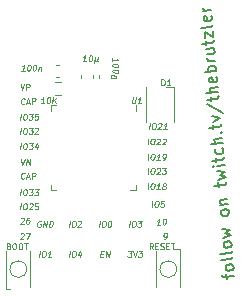
<source format=gbr>
%TF.GenerationSoftware,KiCad,Pcbnew,(5.99.0-10506-gb986797469)*%
%TF.CreationDate,2021-10-07T12:38:36+02:00*%
%TF.ProjectId,ESP31_V2,45535033-315f-4563-922e-6b696361645f,rev?*%
%TF.SameCoordinates,Original*%
%TF.FileFunction,Legend,Top*%
%TF.FilePolarity,Positive*%
%FSLAX46Y46*%
G04 Gerber Fmt 4.6, Leading zero omitted, Abs format (unit mm)*
G04 Created by KiCad (PCBNEW (5.99.0-10506-gb986797469)) date 2021-10-07 12:38:36*
%MOMM*%
%LPD*%
G01*
G04 APERTURE LIST*
%ADD10C,0.100000*%
%ADD11C,0.150000*%
%ADD12C,0.120000*%
G04 APERTURE END LIST*
D10*
X105378258Y-108973809D02*
X105405044Y-108950000D01*
X105455639Y-108926190D01*
X105574687Y-108926190D01*
X105619330Y-108950000D01*
X105640163Y-108973809D01*
X105658020Y-109021428D01*
X105652068Y-109069047D01*
X105619330Y-109140476D01*
X105297901Y-109426190D01*
X105607425Y-109426190D01*
X106098497Y-108926190D02*
X106003258Y-108926190D01*
X105952663Y-108950000D01*
X105925877Y-108973809D01*
X105869330Y-109045238D01*
X105833616Y-109140476D01*
X105809806Y-109330952D01*
X105827663Y-109378571D01*
X105848497Y-109402380D01*
X105893139Y-109426190D01*
X105988377Y-109426190D01*
X106038973Y-109402380D01*
X106065758Y-109378571D01*
X106095520Y-109330952D01*
X106110401Y-109211904D01*
X106092544Y-109164285D01*
X106071711Y-109140476D01*
X106027068Y-109116666D01*
X105931830Y-109116666D01*
X105881235Y-109140476D01*
X105854449Y-109164285D01*
X105824687Y-109211904D01*
X116553809Y-111586190D02*
X116387142Y-111348095D01*
X116268095Y-111586190D02*
X116268095Y-111086190D01*
X116458571Y-111086190D01*
X116506190Y-111110000D01*
X116530000Y-111133809D01*
X116553809Y-111181428D01*
X116553809Y-111252857D01*
X116530000Y-111300476D01*
X116506190Y-111324285D01*
X116458571Y-111348095D01*
X116268095Y-111348095D01*
X116768095Y-111324285D02*
X116934761Y-111324285D01*
X117006190Y-111586190D02*
X116768095Y-111586190D01*
X116768095Y-111086190D01*
X117006190Y-111086190D01*
X117196666Y-111562380D02*
X117268095Y-111586190D01*
X117387142Y-111586190D01*
X117434761Y-111562380D01*
X117458571Y-111538571D01*
X117482380Y-111490952D01*
X117482380Y-111443333D01*
X117458571Y-111395714D01*
X117434761Y-111371904D01*
X117387142Y-111348095D01*
X117291904Y-111324285D01*
X117244285Y-111300476D01*
X117220476Y-111276666D01*
X117196666Y-111229047D01*
X117196666Y-111181428D01*
X117220476Y-111133809D01*
X117244285Y-111110000D01*
X117291904Y-111086190D01*
X117410952Y-111086190D01*
X117482380Y-111110000D01*
X117696666Y-111324285D02*
X117863333Y-111324285D01*
X117934761Y-111586190D02*
X117696666Y-111586190D01*
X117696666Y-111086190D01*
X117934761Y-111086190D01*
X118077619Y-111086190D02*
X118363333Y-111086190D01*
X118220476Y-111586190D02*
X118220476Y-111086190D01*
X105314568Y-101826190D02*
X105377068Y-101326190D01*
X105710401Y-101326190D02*
X105805639Y-101326190D01*
X105850282Y-101350000D01*
X105891949Y-101397619D01*
X105903854Y-101492857D01*
X105883020Y-101659523D01*
X105847306Y-101754761D01*
X105793735Y-101802380D01*
X105743139Y-101826190D01*
X105647901Y-101826190D01*
X105603258Y-101802380D01*
X105561592Y-101754761D01*
X105549687Y-101659523D01*
X105570520Y-101492857D01*
X105606235Y-101397619D01*
X105659806Y-101350000D01*
X105710401Y-101326190D01*
X106091354Y-101326190D02*
X106400877Y-101326190D01*
X106210401Y-101516666D01*
X106281830Y-101516666D01*
X106326473Y-101540476D01*
X106347306Y-101564285D01*
X106365163Y-101611904D01*
X106350282Y-101730952D01*
X106320520Y-101778571D01*
X106293735Y-101802380D01*
X106243139Y-101826190D01*
X106100282Y-101826190D01*
X106055639Y-101802380D01*
X106034806Y-101778571D01*
X106585401Y-101373809D02*
X106612187Y-101350000D01*
X106662782Y-101326190D01*
X106781830Y-101326190D01*
X106826473Y-101350000D01*
X106847306Y-101373809D01*
X106865163Y-101421428D01*
X106859211Y-101469047D01*
X106826473Y-101540476D01*
X106505044Y-101826190D01*
X106814568Y-101826190D01*
X116114568Y-104026190D02*
X116177068Y-103526190D01*
X116510401Y-103526190D02*
X116605639Y-103526190D01*
X116650282Y-103550000D01*
X116691949Y-103597619D01*
X116703854Y-103692857D01*
X116683020Y-103859523D01*
X116647306Y-103954761D01*
X116593735Y-104002380D01*
X116543139Y-104026190D01*
X116447901Y-104026190D01*
X116403258Y-104002380D01*
X116361592Y-103954761D01*
X116349687Y-103859523D01*
X116370520Y-103692857D01*
X116406235Y-103597619D01*
X116459806Y-103550000D01*
X116510401Y-103526190D01*
X117138377Y-104026190D02*
X116852663Y-104026190D01*
X116995520Y-104026190D02*
X117058020Y-103526190D01*
X117001473Y-103597619D01*
X116947901Y-103645238D01*
X116897306Y-103669047D01*
X117376473Y-104026190D02*
X117471711Y-104026190D01*
X117522306Y-104002380D01*
X117549092Y-103978571D01*
X117605639Y-103907142D01*
X117641354Y-103811904D01*
X117665163Y-103621428D01*
X117647306Y-103573809D01*
X117626473Y-103550000D01*
X117581830Y-103526190D01*
X117486592Y-103526190D01*
X117435997Y-103550000D01*
X117409211Y-103573809D01*
X117379449Y-103621428D01*
X117364568Y-103740476D01*
X117382425Y-103788095D01*
X117403258Y-103811904D01*
X117447901Y-103835714D01*
X117543139Y-103835714D01*
X117593735Y-103811904D01*
X117620520Y-103788095D01*
X117650282Y-103740476D01*
X107073235Y-109224000D02*
X107028592Y-109200190D01*
X106957163Y-109200190D01*
X106882758Y-109224000D01*
X106829187Y-109271619D01*
X106799425Y-109319238D01*
X106763711Y-109414476D01*
X106754782Y-109485904D01*
X106766687Y-109581142D01*
X106784544Y-109628761D01*
X106826211Y-109676380D01*
X106894663Y-109700190D01*
X106942282Y-109700190D01*
X107016687Y-109676380D01*
X107043473Y-109652571D01*
X107064306Y-109485904D01*
X106969068Y-109485904D01*
X107251806Y-109700190D02*
X107314306Y-109200190D01*
X107537520Y-109700190D01*
X107600020Y-109200190D01*
X107775616Y-109700190D02*
X107838116Y-109200190D01*
X107957163Y-109200190D01*
X108025616Y-109224000D01*
X108067282Y-109271619D01*
X108085139Y-109319238D01*
X108097044Y-109414476D01*
X108088116Y-109485904D01*
X108052401Y-109581142D01*
X108022639Y-109628761D01*
X107969068Y-109676380D01*
X107894663Y-109700190D01*
X107775616Y-109700190D01*
X105353258Y-110273809D02*
X105380044Y-110250000D01*
X105430639Y-110226190D01*
X105549687Y-110226190D01*
X105594330Y-110250000D01*
X105615163Y-110273809D01*
X105633020Y-110321428D01*
X105627068Y-110369047D01*
X105594330Y-110440476D01*
X105272901Y-110726190D01*
X105582425Y-110726190D01*
X105811592Y-110226190D02*
X106144925Y-110226190D01*
X105868139Y-110726190D01*
X105649092Y-105578571D02*
X105622306Y-105602380D01*
X105547901Y-105626190D01*
X105500282Y-105626190D01*
X105431830Y-105602380D01*
X105390163Y-105554761D01*
X105372306Y-105507142D01*
X105360401Y-105411904D01*
X105369330Y-105340476D01*
X105405044Y-105245238D01*
X105434806Y-105197619D01*
X105488377Y-105150000D01*
X105562782Y-105126190D01*
X105610401Y-105126190D01*
X105678854Y-105150000D01*
X105699687Y-105173809D01*
X105851473Y-105483333D02*
X106089568Y-105483333D01*
X105785997Y-105626190D02*
X106015163Y-105126190D01*
X106119330Y-105626190D01*
X106285997Y-105626190D02*
X106348497Y-105126190D01*
X106538973Y-105126190D01*
X106583616Y-105150000D01*
X106604449Y-105173809D01*
X106622306Y-105221428D01*
X106613377Y-105292857D01*
X106583616Y-105340476D01*
X106556830Y-105364285D01*
X106506235Y-105388095D01*
X106315758Y-105388095D01*
X116114568Y-102726190D02*
X116177068Y-102226190D01*
X116510401Y-102226190D02*
X116605639Y-102226190D01*
X116650282Y-102250000D01*
X116691949Y-102297619D01*
X116703854Y-102392857D01*
X116683020Y-102559523D01*
X116647306Y-102654761D01*
X116593735Y-102702380D01*
X116543139Y-102726190D01*
X116447901Y-102726190D01*
X116403258Y-102702380D01*
X116361592Y-102654761D01*
X116349687Y-102559523D01*
X116370520Y-102392857D01*
X116406235Y-102297619D01*
X116459806Y-102250000D01*
X116510401Y-102226190D01*
X116909211Y-102273809D02*
X116935997Y-102250000D01*
X116986592Y-102226190D01*
X117105639Y-102226190D01*
X117150282Y-102250000D01*
X117171116Y-102273809D01*
X117188973Y-102321428D01*
X117183020Y-102369047D01*
X117150282Y-102440476D01*
X116828854Y-102726190D01*
X117138377Y-102726190D01*
X117385401Y-102273809D02*
X117412187Y-102250000D01*
X117462782Y-102226190D01*
X117581830Y-102226190D01*
X117626473Y-102250000D01*
X117647306Y-102273809D01*
X117665163Y-102321428D01*
X117659211Y-102369047D01*
X117626473Y-102440476D01*
X117305044Y-102726190D01*
X117614568Y-102726190D01*
X107357425Y-99226190D02*
X107071711Y-99226190D01*
X107214568Y-99226190D02*
X107277068Y-98726190D01*
X107220520Y-98797619D01*
X107166949Y-98845238D01*
X107116354Y-98869047D01*
X107729449Y-98726190D02*
X107777068Y-98726190D01*
X107821711Y-98750000D01*
X107842544Y-98773809D01*
X107860401Y-98821428D01*
X107872306Y-98916666D01*
X107857425Y-99035714D01*
X107821711Y-99130952D01*
X107791949Y-99178571D01*
X107765163Y-99202380D01*
X107714568Y-99226190D01*
X107666949Y-99226190D01*
X107622306Y-99202380D01*
X107601473Y-99178571D01*
X107583616Y-99130952D01*
X107571711Y-99035714D01*
X107586592Y-98916666D01*
X107622306Y-98821428D01*
X107652068Y-98773809D01*
X107678854Y-98750000D01*
X107729449Y-98726190D01*
X108047901Y-99226190D02*
X108110401Y-98726190D01*
X108333616Y-99226190D02*
X108155044Y-98940476D01*
X108396116Y-98726190D02*
X108074687Y-99011904D01*
X105386592Y-103926190D02*
X105490758Y-104426190D01*
X105719925Y-103926190D01*
X105824092Y-104426190D02*
X105886592Y-103926190D01*
X106109806Y-104426190D01*
X106172306Y-103926190D01*
X105649092Y-99278571D02*
X105622306Y-99302380D01*
X105547901Y-99326190D01*
X105500282Y-99326190D01*
X105431830Y-99302380D01*
X105390163Y-99254761D01*
X105372306Y-99207142D01*
X105360401Y-99111904D01*
X105369330Y-99040476D01*
X105405044Y-98945238D01*
X105434806Y-98897619D01*
X105488377Y-98850000D01*
X105562782Y-98826190D01*
X105610401Y-98826190D01*
X105678854Y-98850000D01*
X105699687Y-98873809D01*
X105851473Y-99183333D02*
X106089568Y-99183333D01*
X105785997Y-99326190D02*
X106015163Y-98826190D01*
X106119330Y-99326190D01*
X106285997Y-99326190D02*
X106348497Y-98826190D01*
X106538973Y-98826190D01*
X106583616Y-98850000D01*
X106604449Y-98873809D01*
X106622306Y-98921428D01*
X106613377Y-98992857D01*
X106583616Y-99040476D01*
X106556830Y-99064285D01*
X106506235Y-99088095D01*
X106315758Y-99088095D01*
X105314568Y-103126190D02*
X105377068Y-102626190D01*
X105710401Y-102626190D02*
X105805639Y-102626190D01*
X105850282Y-102650000D01*
X105891949Y-102697619D01*
X105903854Y-102792857D01*
X105883020Y-102959523D01*
X105847306Y-103054761D01*
X105793735Y-103102380D01*
X105743139Y-103126190D01*
X105647901Y-103126190D01*
X105603258Y-103102380D01*
X105561592Y-103054761D01*
X105549687Y-102959523D01*
X105570520Y-102792857D01*
X105606235Y-102697619D01*
X105659806Y-102650000D01*
X105710401Y-102626190D01*
X106091354Y-102626190D02*
X106400877Y-102626190D01*
X106210401Y-102816666D01*
X106281830Y-102816666D01*
X106326473Y-102840476D01*
X106347306Y-102864285D01*
X106365163Y-102911904D01*
X106350282Y-103030952D01*
X106320520Y-103078571D01*
X106293735Y-103102380D01*
X106243139Y-103126190D01*
X106100282Y-103126190D01*
X106055639Y-103102380D01*
X106034806Y-103078571D01*
X106808616Y-102792857D02*
X106766949Y-103126190D01*
X106713377Y-102602380D02*
X106549687Y-102959523D01*
X106859211Y-102959523D01*
X105314568Y-100626190D02*
X105377068Y-100126190D01*
X105710401Y-100126190D02*
X105805639Y-100126190D01*
X105850282Y-100150000D01*
X105891949Y-100197619D01*
X105903854Y-100292857D01*
X105883020Y-100459523D01*
X105847306Y-100554761D01*
X105793735Y-100602380D01*
X105743139Y-100626190D01*
X105647901Y-100626190D01*
X105603258Y-100602380D01*
X105561592Y-100554761D01*
X105549687Y-100459523D01*
X105570520Y-100292857D01*
X105606235Y-100197619D01*
X105659806Y-100150000D01*
X105710401Y-100126190D01*
X106091354Y-100126190D02*
X106400877Y-100126190D01*
X106210401Y-100316666D01*
X106281830Y-100316666D01*
X106326473Y-100340476D01*
X106347306Y-100364285D01*
X106365163Y-100411904D01*
X106350282Y-100530952D01*
X106320520Y-100578571D01*
X106293735Y-100602380D01*
X106243139Y-100626190D01*
X106100282Y-100626190D01*
X106055639Y-100602380D01*
X106034806Y-100578571D01*
X106853258Y-100126190D02*
X106615163Y-100126190D01*
X106561592Y-100364285D01*
X106588377Y-100340476D01*
X106638973Y-100316666D01*
X106758020Y-100316666D01*
X106802663Y-100340476D01*
X106823497Y-100364285D01*
X106841354Y-100411904D01*
X106826473Y-100530952D01*
X106796711Y-100578571D01*
X106769925Y-100602380D01*
X106719330Y-100626190D01*
X106600282Y-100626190D01*
X106555639Y-100602380D01*
X106534806Y-100578571D01*
X114834211Y-98726190D02*
X114783616Y-99130952D01*
X114801473Y-99178571D01*
X114822306Y-99202380D01*
X114866949Y-99226190D01*
X114962187Y-99226190D01*
X115012782Y-99202380D01*
X115039568Y-99178571D01*
X115069330Y-99130952D01*
X115119925Y-98726190D01*
X115557425Y-99226190D02*
X115271711Y-99226190D01*
X115414568Y-99226190D02*
X115477068Y-98726190D01*
X115420520Y-98797619D01*
X115366949Y-98845238D01*
X115316354Y-98869047D01*
X114458116Y-111740190D02*
X114767639Y-111740190D01*
X114577163Y-111930666D01*
X114648592Y-111930666D01*
X114693235Y-111954476D01*
X114714068Y-111978285D01*
X114731925Y-112025904D01*
X114717044Y-112144952D01*
X114687282Y-112192571D01*
X114660497Y-112216380D01*
X114609901Y-112240190D01*
X114467044Y-112240190D01*
X114422401Y-112216380D01*
X114401568Y-112192571D01*
X114910497Y-111740190D02*
X115014663Y-112240190D01*
X115243830Y-111740190D01*
X115362877Y-111740190D02*
X115672401Y-111740190D01*
X115481925Y-111930666D01*
X115553354Y-111930666D01*
X115597997Y-111954476D01*
X115618830Y-111978285D01*
X115636687Y-112025904D01*
X115621806Y-112144952D01*
X115592044Y-112192571D01*
X115565258Y-112216380D01*
X115514663Y-112240190D01*
X115371806Y-112240190D01*
X115327163Y-112216380D01*
X115306330Y-112192571D01*
X111974663Y-109700190D02*
X112037163Y-109200190D01*
X112370497Y-109200190D02*
X112465735Y-109200190D01*
X112510377Y-109224000D01*
X112552044Y-109271619D01*
X112563949Y-109366857D01*
X112543116Y-109533523D01*
X112507401Y-109628761D01*
X112453830Y-109676380D01*
X112403235Y-109700190D01*
X112307997Y-109700190D01*
X112263354Y-109676380D01*
X112221687Y-109628761D01*
X112209782Y-109533523D01*
X112230616Y-109366857D01*
X112266330Y-109271619D01*
X112319901Y-109224000D01*
X112370497Y-109200190D01*
X112894306Y-109200190D02*
X112941925Y-109200190D01*
X112986568Y-109224000D01*
X113007401Y-109247809D01*
X113025258Y-109295428D01*
X113037163Y-109390666D01*
X113022282Y-109509714D01*
X112986568Y-109604952D01*
X112956806Y-109652571D01*
X112930020Y-109676380D01*
X112879425Y-109700190D01*
X112831806Y-109700190D01*
X112787163Y-109676380D01*
X112766330Y-109652571D01*
X112748473Y-109604952D01*
X112736568Y-109509714D01*
X112751449Y-109390666D01*
X112787163Y-109295428D01*
X112816925Y-109247809D01*
X112843711Y-109224000D01*
X112894306Y-109200190D01*
X109434663Y-112240190D02*
X109497163Y-111740190D01*
X109830497Y-111740190D02*
X109925735Y-111740190D01*
X109970377Y-111764000D01*
X110012044Y-111811619D01*
X110023949Y-111906857D01*
X110003116Y-112073523D01*
X109967401Y-112168761D01*
X109913830Y-112216380D01*
X109863235Y-112240190D01*
X109767997Y-112240190D01*
X109723354Y-112216380D01*
X109681687Y-112168761D01*
X109669782Y-112073523D01*
X109690616Y-111906857D01*
X109726330Y-111811619D01*
X109779901Y-111764000D01*
X109830497Y-111740190D01*
X110452520Y-111906857D02*
X110410854Y-112240190D01*
X110357282Y-111716380D02*
X110193592Y-112073523D01*
X110503116Y-112073523D01*
X117457425Y-110726190D02*
X117552663Y-110726190D01*
X117603258Y-110702380D01*
X117630044Y-110678571D01*
X117686592Y-110607142D01*
X117722306Y-110511904D01*
X117746116Y-110321428D01*
X117728258Y-110273809D01*
X117707425Y-110250000D01*
X117662782Y-110226190D01*
X117567544Y-110226190D01*
X117516949Y-110250000D01*
X117490163Y-110273809D01*
X117460401Y-110321428D01*
X117445520Y-110440476D01*
X117463377Y-110488095D01*
X117484211Y-110511904D01*
X117528854Y-110535714D01*
X117624092Y-110535714D01*
X117674687Y-110511904D01*
X117701473Y-110488095D01*
X117731235Y-110440476D01*
X105314568Y-107026190D02*
X105377068Y-106526190D01*
X105710401Y-106526190D02*
X105805639Y-106526190D01*
X105850282Y-106550000D01*
X105891949Y-106597619D01*
X105903854Y-106692857D01*
X105883020Y-106859523D01*
X105847306Y-106954761D01*
X105793735Y-107002380D01*
X105743139Y-107026190D01*
X105647901Y-107026190D01*
X105603258Y-107002380D01*
X105561592Y-106954761D01*
X105549687Y-106859523D01*
X105570520Y-106692857D01*
X105606235Y-106597619D01*
X105659806Y-106550000D01*
X105710401Y-106526190D01*
X106091354Y-106526190D02*
X106400877Y-106526190D01*
X106210401Y-106716666D01*
X106281830Y-106716666D01*
X106326473Y-106740476D01*
X106347306Y-106764285D01*
X106365163Y-106811904D01*
X106350282Y-106930952D01*
X106320520Y-106978571D01*
X106293735Y-107002380D01*
X106243139Y-107026190D01*
X106100282Y-107026190D01*
X106055639Y-107002380D01*
X106034806Y-106978571D01*
X106567544Y-106526190D02*
X106877068Y-106526190D01*
X106686592Y-106716666D01*
X106758020Y-106716666D01*
X106802663Y-106740476D01*
X106823497Y-106764285D01*
X106841354Y-106811904D01*
X106826473Y-106930952D01*
X106796711Y-106978571D01*
X106769925Y-107002380D01*
X106719330Y-107026190D01*
X106576473Y-107026190D01*
X106531830Y-107002380D01*
X106510997Y-106978571D01*
X116214568Y-101426190D02*
X116277068Y-100926190D01*
X116610401Y-100926190D02*
X116705639Y-100926190D01*
X116750282Y-100950000D01*
X116791949Y-100997619D01*
X116803854Y-101092857D01*
X116783020Y-101259523D01*
X116747306Y-101354761D01*
X116693735Y-101402380D01*
X116643139Y-101426190D01*
X116547901Y-101426190D01*
X116503258Y-101402380D01*
X116461592Y-101354761D01*
X116449687Y-101259523D01*
X116470520Y-101092857D01*
X116506235Y-100997619D01*
X116559806Y-100950000D01*
X116610401Y-100926190D01*
X117009211Y-100973809D02*
X117035997Y-100950000D01*
X117086592Y-100926190D01*
X117205639Y-100926190D01*
X117250282Y-100950000D01*
X117271116Y-100973809D01*
X117288973Y-101021428D01*
X117283020Y-101069047D01*
X117250282Y-101140476D01*
X116928854Y-101426190D01*
X117238377Y-101426190D01*
X117714568Y-101426190D02*
X117428854Y-101426190D01*
X117571711Y-101426190D02*
X117634211Y-100926190D01*
X117577663Y-100997619D01*
X117524092Y-101045238D01*
X117473497Y-101069047D01*
X105314568Y-108226190D02*
X105377068Y-107726190D01*
X105710401Y-107726190D02*
X105805639Y-107726190D01*
X105850282Y-107750000D01*
X105891949Y-107797619D01*
X105903854Y-107892857D01*
X105883020Y-108059523D01*
X105847306Y-108154761D01*
X105793735Y-108202380D01*
X105743139Y-108226190D01*
X105647901Y-108226190D01*
X105603258Y-108202380D01*
X105561592Y-108154761D01*
X105549687Y-108059523D01*
X105570520Y-107892857D01*
X105606235Y-107797619D01*
X105659806Y-107750000D01*
X105710401Y-107726190D01*
X106109211Y-107773809D02*
X106135997Y-107750000D01*
X106186592Y-107726190D01*
X106305639Y-107726190D01*
X106350282Y-107750000D01*
X106371116Y-107773809D01*
X106388973Y-107821428D01*
X106383020Y-107869047D01*
X106350282Y-107940476D01*
X106028854Y-108226190D01*
X106338377Y-108226190D01*
X106853258Y-107726190D02*
X106615163Y-107726190D01*
X106561592Y-107964285D01*
X106588377Y-107940476D01*
X106638973Y-107916666D01*
X106758020Y-107916666D01*
X106802663Y-107940476D01*
X106823497Y-107964285D01*
X106841354Y-108011904D01*
X106826473Y-108130952D01*
X106796711Y-108178571D01*
X106769925Y-108202380D01*
X106719330Y-108226190D01*
X106600282Y-108226190D01*
X106555639Y-108202380D01*
X106534806Y-108178571D01*
X112138354Y-111978285D02*
X112305020Y-111978285D01*
X112343711Y-112240190D02*
X112105616Y-112240190D01*
X112168116Y-111740190D01*
X112406211Y-111740190D01*
X112557997Y-112240190D02*
X112620497Y-111740190D01*
X112843711Y-112240190D01*
X112906211Y-111740190D01*
X105693139Y-96476190D02*
X105407425Y-96476190D01*
X105550282Y-96476190D02*
X105612782Y-95976190D01*
X105556235Y-96047619D01*
X105502663Y-96095238D01*
X105452068Y-96119047D01*
X106065163Y-95976190D02*
X106112782Y-95976190D01*
X106157425Y-96000000D01*
X106178258Y-96023809D01*
X106196116Y-96071428D01*
X106208020Y-96166666D01*
X106193139Y-96285714D01*
X106157425Y-96380952D01*
X106127663Y-96428571D01*
X106100877Y-96452380D01*
X106050282Y-96476190D01*
X106002663Y-96476190D01*
X105958020Y-96452380D01*
X105937187Y-96428571D01*
X105919330Y-96380952D01*
X105907425Y-96285714D01*
X105922306Y-96166666D01*
X105958020Y-96071428D01*
X105987782Y-96023809D01*
X106014568Y-96000000D01*
X106065163Y-95976190D01*
X106541354Y-95976190D02*
X106588973Y-95976190D01*
X106633616Y-96000000D01*
X106654449Y-96023809D01*
X106672306Y-96071428D01*
X106684211Y-96166666D01*
X106669330Y-96285714D01*
X106633616Y-96380952D01*
X106603854Y-96428571D01*
X106577068Y-96452380D01*
X106526473Y-96476190D01*
X106478854Y-96476190D01*
X106434211Y-96452380D01*
X106413377Y-96428571D01*
X106395520Y-96380952D01*
X106383616Y-96285714D01*
X106398497Y-96166666D01*
X106434211Y-96071428D01*
X106463973Y-96023809D01*
X106490758Y-96000000D01*
X106541354Y-95976190D01*
X106901473Y-96142857D02*
X106859806Y-96476190D01*
X106895520Y-96190476D02*
X106922306Y-96166666D01*
X106972901Y-96142857D01*
X107044330Y-96142857D01*
X107088973Y-96166666D01*
X107106830Y-96214285D01*
X107074092Y-96476190D01*
D11*
X122790895Y-114098634D02*
X122757693Y-113719131D01*
X123442574Y-113898216D02*
X122588693Y-113972921D01*
X122489667Y-113933784D01*
X122433929Y-113843059D01*
X122425628Y-113748183D01*
X123380320Y-113186649D02*
X123341183Y-113285675D01*
X123297895Y-113337263D01*
X123207170Y-113393001D01*
X122922543Y-113417903D01*
X122823517Y-113378765D01*
X122771929Y-113335478D01*
X122716190Y-113244753D01*
X122703740Y-113102439D01*
X122742877Y-113003413D01*
X122786165Y-112951825D01*
X122876890Y-112896087D01*
X123161517Y-112871185D01*
X123260543Y-112910322D01*
X123312131Y-112953610D01*
X123367869Y-113044335D01*
X123380320Y-113186649D01*
X123301465Y-112285330D02*
X123262328Y-112384356D01*
X123171602Y-112440094D01*
X122317721Y-112514799D01*
X123255812Y-111763513D02*
X123216675Y-111862539D01*
X123125949Y-111918278D01*
X122272068Y-111992983D01*
X123210159Y-111241697D02*
X123171022Y-111340723D01*
X123127734Y-111392311D01*
X123037009Y-111448050D01*
X122752382Y-111472951D01*
X122653356Y-111433814D01*
X122601768Y-111390526D01*
X122546029Y-111299801D01*
X122533578Y-111157487D01*
X122572716Y-111058461D01*
X122616003Y-111006873D01*
X122706729Y-110951135D01*
X122991356Y-110926233D01*
X123090382Y-110965371D01*
X123141970Y-111008658D01*
X123197708Y-111099384D01*
X123210159Y-111241697D01*
X122487925Y-110635671D02*
X123135454Y-110387816D01*
X122644475Y-110239567D01*
X123102252Y-110008313D01*
X122421521Y-109876666D01*
X122973593Y-108537740D02*
X122934456Y-108636766D01*
X122891169Y-108688354D01*
X122800443Y-108744093D01*
X122515816Y-108768994D01*
X122416790Y-108729857D01*
X122365202Y-108686569D01*
X122309464Y-108595844D01*
X122297013Y-108453530D01*
X122336150Y-108354504D01*
X122379438Y-108302916D01*
X122470163Y-108247178D01*
X122754790Y-108222276D01*
X122853816Y-108261414D01*
X122905404Y-108304701D01*
X122961143Y-108395427D01*
X122973593Y-108537740D01*
X122243059Y-107836838D02*
X122907189Y-107778735D01*
X122337935Y-107828538D02*
X122286347Y-107785250D01*
X122230608Y-107694525D01*
X122218158Y-107552211D01*
X122257295Y-107453185D01*
X122348020Y-107397447D01*
X122869837Y-107351794D01*
X122110251Y-106318827D02*
X122077048Y-105939325D01*
X121765735Y-106205566D02*
X122619616Y-106130861D01*
X122710341Y-106075123D01*
X122749479Y-105976097D01*
X122741178Y-105881221D01*
X122056297Y-105702136D02*
X122703826Y-105454280D01*
X122212846Y-105306032D01*
X122670623Y-105074778D01*
X121989893Y-104943130D01*
X122620820Y-104505523D02*
X121956690Y-104563627D01*
X121624626Y-104592679D02*
X121676214Y-104635967D01*
X121719501Y-104584379D01*
X121667913Y-104541091D01*
X121624626Y-104592679D01*
X121719501Y-104584379D01*
X121927639Y-104231562D02*
X121894436Y-103852060D01*
X121583123Y-104118301D02*
X122437004Y-104043596D01*
X122527729Y-103987857D01*
X122566867Y-103888831D01*
X122558566Y-103793956D01*
X122444724Y-103039101D02*
X122500462Y-103129826D01*
X122517063Y-103319577D01*
X122477926Y-103418603D01*
X122434639Y-103470191D01*
X122343913Y-103525930D01*
X122059286Y-103550831D01*
X121960260Y-103511694D01*
X121908672Y-103468407D01*
X121852934Y-103377681D01*
X121836332Y-103187930D01*
X121875470Y-103088904D01*
X122454809Y-102608010D02*
X121458615Y-102695165D01*
X122417457Y-102181069D02*
X121895641Y-102226722D01*
X121804915Y-102282461D01*
X121765778Y-102381487D01*
X121778229Y-102523800D01*
X121833967Y-102614525D01*
X121885555Y-102657813D01*
X122281078Y-101714991D02*
X122324366Y-101663403D01*
X122375954Y-101706691D01*
X122332667Y-101758279D01*
X122281078Y-101714991D01*
X122375954Y-101706691D01*
X121682772Y-101432730D02*
X121649570Y-101053227D01*
X121338257Y-101319468D02*
X122192138Y-101244763D01*
X122282863Y-101189025D01*
X122322001Y-101089999D01*
X122313700Y-100995123D01*
X121628819Y-100816038D02*
X122272197Y-100520745D01*
X121587316Y-100341659D01*
X121112357Y-99283791D02*
X122467884Y-100025615D01*
X121475259Y-99060838D02*
X121442057Y-98681335D01*
X121130743Y-98947576D02*
X121984624Y-98872871D01*
X122075350Y-98817133D01*
X122114487Y-98718107D01*
X122106186Y-98623231D01*
X122077134Y-98291166D02*
X121080940Y-98378322D01*
X122039782Y-97864225D02*
X121517966Y-97909878D01*
X121427240Y-97965617D01*
X121388103Y-98064643D01*
X121400554Y-98206956D01*
X121456292Y-98297682D01*
X121507880Y-98340969D01*
X121917639Y-97014495D02*
X121973378Y-97105220D01*
X121989979Y-97294971D01*
X121950841Y-97393997D01*
X121860116Y-97449736D01*
X121480613Y-97482938D01*
X121381587Y-97443801D01*
X121325849Y-97353075D01*
X121309248Y-97163324D01*
X121348385Y-97064298D01*
X121439110Y-97008559D01*
X121533986Y-97000259D01*
X121670365Y-97466337D01*
X121923574Y-96535966D02*
X120927380Y-96623122D01*
X121306882Y-96589919D02*
X121251144Y-96499194D01*
X121234543Y-96309443D01*
X121273680Y-96210417D01*
X121316968Y-96158829D01*
X121407693Y-96103090D01*
X121692320Y-96078189D01*
X121791346Y-96117326D01*
X121842934Y-96160613D01*
X121898673Y-96251339D01*
X121915274Y-96441090D01*
X121876136Y-96540116D01*
X121844719Y-95634647D02*
X121180589Y-95692751D01*
X121370341Y-95676150D02*
X121271315Y-95637012D01*
X121219727Y-95593725D01*
X121163988Y-95502999D01*
X121155688Y-95408124D01*
X121089283Y-94649118D02*
X121753413Y-94591014D01*
X121126636Y-95076059D02*
X121648452Y-95030406D01*
X121739177Y-94974667D01*
X121778315Y-94875641D01*
X121765864Y-94733328D01*
X121710125Y-94642602D01*
X121658537Y-94599315D01*
X121060231Y-94317053D02*
X121027029Y-93937551D01*
X120715716Y-94203792D02*
X121569597Y-94129087D01*
X121660322Y-94073348D01*
X121699460Y-93974322D01*
X121691159Y-93879447D01*
X121006278Y-93700361D02*
X120960625Y-93178545D01*
X121670408Y-93642257D01*
X121624755Y-93120441D01*
X121579102Y-92598625D02*
X121539964Y-92697651D01*
X121449239Y-92753389D01*
X120595358Y-92828094D01*
X121465259Y-91843770D02*
X121520998Y-91934495D01*
X121537599Y-92124246D01*
X121498462Y-92223272D01*
X121407736Y-92279011D01*
X121028233Y-92312213D01*
X120929207Y-92273076D01*
X120873469Y-92182350D01*
X120856868Y-91992599D01*
X120896005Y-91893573D01*
X120986731Y-91837835D01*
X121081606Y-91829534D01*
X121217985Y-92295612D01*
X121471194Y-91365241D02*
X120807065Y-91423345D01*
X120996816Y-91406744D02*
X120897790Y-91367606D01*
X120846202Y-91324319D01*
X120790464Y-91233593D01*
X120782163Y-91138718D01*
D10*
X114514663Y-109700190D02*
X114577163Y-109200190D01*
X114910497Y-109200190D02*
X115005735Y-109200190D01*
X115050377Y-109224000D01*
X115092044Y-109271619D01*
X115103949Y-109366857D01*
X115083116Y-109533523D01*
X115047401Y-109628761D01*
X114993830Y-109676380D01*
X114943235Y-109700190D01*
X114847997Y-109700190D01*
X114803354Y-109676380D01*
X114761687Y-109628761D01*
X114749782Y-109533523D01*
X114770616Y-109366857D01*
X114806330Y-109271619D01*
X114859901Y-109224000D01*
X114910497Y-109200190D01*
X115291449Y-109200190D02*
X115600973Y-109200190D01*
X115410497Y-109390666D01*
X115481925Y-109390666D01*
X115526568Y-109414476D01*
X115547401Y-109438285D01*
X115565258Y-109485904D01*
X115550377Y-109604952D01*
X115520616Y-109652571D01*
X115493830Y-109676380D01*
X115443235Y-109700190D01*
X115300377Y-109700190D01*
X115255735Y-109676380D01*
X115234901Y-109652571D01*
X104346428Y-111339285D02*
X104417857Y-111363095D01*
X104441666Y-111386904D01*
X104465476Y-111434523D01*
X104465476Y-111505952D01*
X104441666Y-111553571D01*
X104417857Y-111577380D01*
X104370238Y-111601190D01*
X104179761Y-111601190D01*
X104179761Y-111101190D01*
X104346428Y-111101190D01*
X104394047Y-111125000D01*
X104417857Y-111148809D01*
X104441666Y-111196428D01*
X104441666Y-111244047D01*
X104417857Y-111291666D01*
X104394047Y-111315476D01*
X104346428Y-111339285D01*
X104179761Y-111339285D01*
X104775000Y-111101190D02*
X104870238Y-111101190D01*
X104917857Y-111125000D01*
X104965476Y-111172619D01*
X104989285Y-111267857D01*
X104989285Y-111434523D01*
X104965476Y-111529761D01*
X104917857Y-111577380D01*
X104870238Y-111601190D01*
X104775000Y-111601190D01*
X104727380Y-111577380D01*
X104679761Y-111529761D01*
X104655952Y-111434523D01*
X104655952Y-111267857D01*
X104679761Y-111172619D01*
X104727380Y-111125000D01*
X104775000Y-111101190D01*
X105298809Y-111101190D02*
X105394047Y-111101190D01*
X105441666Y-111125000D01*
X105489285Y-111172619D01*
X105513095Y-111267857D01*
X105513095Y-111434523D01*
X105489285Y-111529761D01*
X105441666Y-111577380D01*
X105394047Y-111601190D01*
X105298809Y-111601190D01*
X105251190Y-111577380D01*
X105203571Y-111529761D01*
X105179761Y-111434523D01*
X105179761Y-111267857D01*
X105203571Y-111172619D01*
X105251190Y-111125000D01*
X105298809Y-111101190D01*
X105655952Y-111101190D02*
X105941666Y-111101190D01*
X105798809Y-111601190D02*
X105798809Y-111101190D01*
X116452663Y-108026190D02*
X116515163Y-107526190D01*
X116848497Y-107526190D02*
X116943735Y-107526190D01*
X116988377Y-107550000D01*
X117030044Y-107597619D01*
X117041949Y-107692857D01*
X117021116Y-107859523D01*
X116985401Y-107954761D01*
X116931830Y-108002380D01*
X116881235Y-108026190D01*
X116785997Y-108026190D01*
X116741354Y-108002380D01*
X116699687Y-107954761D01*
X116687782Y-107859523D01*
X116708616Y-107692857D01*
X116744330Y-107597619D01*
X116797901Y-107550000D01*
X116848497Y-107526190D01*
X117515163Y-107526190D02*
X117277068Y-107526190D01*
X117223497Y-107764285D01*
X117250282Y-107740476D01*
X117300877Y-107716666D01*
X117419925Y-107716666D01*
X117464568Y-107740476D01*
X117485401Y-107764285D01*
X117503258Y-107811904D01*
X117488377Y-107930952D01*
X117458616Y-107978571D01*
X117431830Y-108002380D01*
X117381235Y-108026190D01*
X117262187Y-108026190D01*
X117217544Y-108002380D01*
X117196711Y-107978571D01*
X116114568Y-106526190D02*
X116177068Y-106026190D01*
X116510401Y-106026190D02*
X116605639Y-106026190D01*
X116650282Y-106050000D01*
X116691949Y-106097619D01*
X116703854Y-106192857D01*
X116683020Y-106359523D01*
X116647306Y-106454761D01*
X116593735Y-106502380D01*
X116543139Y-106526190D01*
X116447901Y-106526190D01*
X116403258Y-106502380D01*
X116361592Y-106454761D01*
X116349687Y-106359523D01*
X116370520Y-106192857D01*
X116406235Y-106097619D01*
X116459806Y-106050000D01*
X116510401Y-106026190D01*
X117138377Y-106526190D02*
X116852663Y-106526190D01*
X116995520Y-106526190D02*
X117058020Y-106026190D01*
X117001473Y-106097619D01*
X116947901Y-106145238D01*
X116897306Y-106169047D01*
X117459806Y-106240476D02*
X117415163Y-106216666D01*
X117394330Y-106192857D01*
X117376473Y-106145238D01*
X117379449Y-106121428D01*
X117409211Y-106073809D01*
X117435997Y-106050000D01*
X117486592Y-106026190D01*
X117581830Y-106026190D01*
X117626473Y-106050000D01*
X117647306Y-106073809D01*
X117665163Y-106121428D01*
X117662187Y-106145238D01*
X117632425Y-106192857D01*
X117605639Y-106216666D01*
X117555044Y-106240476D01*
X117459806Y-106240476D01*
X117409211Y-106264285D01*
X117382425Y-106288095D01*
X117352663Y-106335714D01*
X117340758Y-106430952D01*
X117358616Y-106478571D01*
X117379449Y-106502380D01*
X117424092Y-106526190D01*
X117519330Y-106526190D01*
X117569925Y-106502380D01*
X117596711Y-106478571D01*
X117626473Y-106430952D01*
X117638377Y-106335714D01*
X117620520Y-106288095D01*
X117599687Y-106264285D01*
X117555044Y-106240476D01*
X116114568Y-105226190D02*
X116177068Y-104726190D01*
X116510401Y-104726190D02*
X116605639Y-104726190D01*
X116650282Y-104750000D01*
X116691949Y-104797619D01*
X116703854Y-104892857D01*
X116683020Y-105059523D01*
X116647306Y-105154761D01*
X116593735Y-105202380D01*
X116543139Y-105226190D01*
X116447901Y-105226190D01*
X116403258Y-105202380D01*
X116361592Y-105154761D01*
X116349687Y-105059523D01*
X116370520Y-104892857D01*
X116406235Y-104797619D01*
X116459806Y-104750000D01*
X116510401Y-104726190D01*
X116909211Y-104773809D02*
X116935997Y-104750000D01*
X116986592Y-104726190D01*
X117105639Y-104726190D01*
X117150282Y-104750000D01*
X117171116Y-104773809D01*
X117188973Y-104821428D01*
X117183020Y-104869047D01*
X117150282Y-104940476D01*
X116828854Y-105226190D01*
X117138377Y-105226190D01*
X117367544Y-104726190D02*
X117677068Y-104726190D01*
X117486592Y-104916666D01*
X117558020Y-104916666D01*
X117602663Y-104940476D01*
X117623497Y-104964285D01*
X117641354Y-105011904D01*
X117626473Y-105130952D01*
X117596711Y-105178571D01*
X117569925Y-105202380D01*
X117519330Y-105226190D01*
X117376473Y-105226190D01*
X117331830Y-105202380D01*
X117310997Y-105178571D01*
X106894663Y-112240190D02*
X106957163Y-111740190D01*
X107290497Y-111740190D02*
X107385735Y-111740190D01*
X107430377Y-111764000D01*
X107472044Y-111811619D01*
X107483949Y-111906857D01*
X107463116Y-112073523D01*
X107427401Y-112168761D01*
X107373830Y-112216380D01*
X107323235Y-112240190D01*
X107227997Y-112240190D01*
X107183354Y-112216380D01*
X107141687Y-112168761D01*
X107129782Y-112073523D01*
X107150616Y-111906857D01*
X107186330Y-111811619D01*
X107239901Y-111764000D01*
X107290497Y-111740190D01*
X107918473Y-112240190D02*
X107632758Y-112240190D01*
X107775616Y-112240190D02*
X107838116Y-111740190D01*
X107781568Y-111811619D01*
X107727997Y-111859238D01*
X107677401Y-111883047D01*
X110895520Y-95696190D02*
X110609806Y-95696190D01*
X110752663Y-95696190D02*
X110815163Y-95196190D01*
X110758616Y-95267619D01*
X110705044Y-95315238D01*
X110654449Y-95339047D01*
X111267544Y-95196190D02*
X111315163Y-95196190D01*
X111359806Y-95220000D01*
X111380639Y-95243809D01*
X111398497Y-95291428D01*
X111410401Y-95386666D01*
X111395520Y-95505714D01*
X111359806Y-95600952D01*
X111330044Y-95648571D01*
X111303258Y-95672380D01*
X111252663Y-95696190D01*
X111205044Y-95696190D01*
X111160401Y-95672380D01*
X111139568Y-95648571D01*
X111121711Y-95600952D01*
X111109806Y-95505714D01*
X111124687Y-95386666D01*
X111160401Y-95291428D01*
X111190163Y-95243809D01*
X111216949Y-95220000D01*
X111267544Y-95196190D01*
X111627663Y-95362857D02*
X111565163Y-95862857D01*
X111833020Y-95624761D02*
X111850877Y-95672380D01*
X111895520Y-95696190D01*
X111594925Y-95624761D02*
X111612782Y-95672380D01*
X111657425Y-95696190D01*
X111752663Y-95696190D01*
X111803258Y-95672380D01*
X111833020Y-95624761D01*
X111865758Y-95362857D01*
X105348497Y-97626190D02*
X105452663Y-98126190D01*
X105681830Y-97626190D01*
X105785997Y-98126190D02*
X105848497Y-97626190D01*
X106038973Y-97626190D01*
X106083616Y-97650000D01*
X106104449Y-97673809D01*
X106122306Y-97721428D01*
X106113377Y-97792857D01*
X106083616Y-97840476D01*
X106056830Y-97864285D01*
X106006235Y-97888095D01*
X105815758Y-97888095D01*
X117157425Y-109526190D02*
X116871711Y-109526190D01*
X117014568Y-109526190D02*
X117077068Y-109026190D01*
X117020520Y-109097619D01*
X116966949Y-109145238D01*
X116916354Y-109169047D01*
X117529449Y-109026190D02*
X117577068Y-109026190D01*
X117621711Y-109050000D01*
X117642544Y-109073809D01*
X117660401Y-109121428D01*
X117672306Y-109216666D01*
X117657425Y-109335714D01*
X117621711Y-109430952D01*
X117591949Y-109478571D01*
X117565163Y-109502380D01*
X117514568Y-109526190D01*
X117466949Y-109526190D01*
X117422306Y-109502380D01*
X117401473Y-109478571D01*
X117383616Y-109430952D01*
X117371711Y-109335714D01*
X117386592Y-109216666D01*
X117422306Y-109121428D01*
X117452068Y-109073809D01*
X117478854Y-109050000D01*
X117529449Y-109026190D01*
X113133809Y-95693139D02*
X113133809Y-95407425D01*
X113133809Y-95550282D02*
X113633809Y-95612782D01*
X113562380Y-95556235D01*
X113514761Y-95502663D01*
X113490952Y-95452068D01*
X113633809Y-96065163D02*
X113633809Y-96112782D01*
X113610000Y-96157425D01*
X113586190Y-96178258D01*
X113538571Y-96196116D01*
X113443333Y-96208020D01*
X113324285Y-96193139D01*
X113229047Y-96157425D01*
X113181428Y-96127663D01*
X113157619Y-96100877D01*
X113133809Y-96050282D01*
X113133809Y-96002663D01*
X113157619Y-95958020D01*
X113181428Y-95937187D01*
X113229047Y-95919330D01*
X113324285Y-95907425D01*
X113443333Y-95922306D01*
X113538571Y-95958020D01*
X113586190Y-95987782D01*
X113610000Y-96014568D01*
X113633809Y-96065163D01*
X113633809Y-96541354D02*
X113633809Y-96588973D01*
X113610000Y-96633616D01*
X113586190Y-96654449D01*
X113538571Y-96672306D01*
X113443333Y-96684211D01*
X113324285Y-96669330D01*
X113229047Y-96633616D01*
X113181428Y-96603854D01*
X113157619Y-96577068D01*
X113133809Y-96526473D01*
X113133809Y-96478854D01*
X113157619Y-96434211D01*
X113181428Y-96413377D01*
X113229047Y-96395520D01*
X113324285Y-96383616D01*
X113443333Y-96398497D01*
X113538571Y-96434211D01*
X113586190Y-96463973D01*
X113610000Y-96490758D01*
X113633809Y-96541354D01*
X113467142Y-96901473D02*
X113133809Y-96859806D01*
X113419523Y-96895520D02*
X113443333Y-96922306D01*
X113467142Y-96972901D01*
X113467142Y-97044330D01*
X113443333Y-97088973D01*
X113395714Y-97106830D01*
X113133809Y-97074092D01*
X109434663Y-109700190D02*
X109497163Y-109200190D01*
X109830497Y-109200190D02*
X109925735Y-109200190D01*
X109970377Y-109224000D01*
X110012044Y-109271619D01*
X110023949Y-109366857D01*
X110003116Y-109533523D01*
X109967401Y-109628761D01*
X109913830Y-109676380D01*
X109863235Y-109700190D01*
X109767997Y-109700190D01*
X109723354Y-109676380D01*
X109681687Y-109628761D01*
X109669782Y-109533523D01*
X109690616Y-109366857D01*
X109726330Y-109271619D01*
X109779901Y-109224000D01*
X109830497Y-109200190D01*
X110229306Y-109247809D02*
X110256092Y-109224000D01*
X110306687Y-109200190D01*
X110425735Y-109200190D01*
X110470377Y-109224000D01*
X110491211Y-109247809D01*
X110509068Y-109295428D01*
X110503116Y-109343047D01*
X110470377Y-109414476D01*
X110148949Y-109700190D01*
X110458473Y-109700190D01*
D11*
%TO.C,*%
D10*
%TO.C,D1*%
X117280952Y-97706190D02*
X117280952Y-97206190D01*
X117400000Y-97206190D01*
X117471428Y-97230000D01*
X117519047Y-97277619D01*
X117542857Y-97325238D01*
X117566666Y-97420476D01*
X117566666Y-97491904D01*
X117542857Y-97587142D01*
X117519047Y-97634761D01*
X117471428Y-97682380D01*
X117400000Y-97706190D01*
X117280952Y-97706190D01*
X118042857Y-97706190D02*
X117757142Y-97706190D01*
X117900000Y-97706190D02*
X117900000Y-97206190D01*
X117852380Y-97277619D01*
X117804761Y-97325238D01*
X117757142Y-97349047D01*
D11*
%TO.C,*%
D12*
%TO.C,C1*%
X108359420Y-95990000D02*
X108640580Y-95990000D01*
X108359420Y-97010000D02*
X108640580Y-97010000D01*
%TO.C,C2*%
X111510000Y-96859420D02*
X111510000Y-97140580D01*
X110490000Y-96859420D02*
X110490000Y-97140580D01*
%TO.C,C3*%
X113010000Y-96859420D02*
X113010000Y-97140580D01*
X111990000Y-96859420D02*
X111990000Y-97140580D01*
%TO.C,U1*%
X107890000Y-99865000D02*
X107890000Y-99390000D01*
X107890000Y-106135000D02*
X107890000Y-106610000D01*
X115110000Y-99865000D02*
X115110000Y-99390000D01*
X107890000Y-106610000D02*
X108365000Y-106610000D01*
X115110000Y-106610000D02*
X114635000Y-106610000D01*
X115110000Y-106135000D02*
X115110000Y-106610000D01*
X107890000Y-99390000D02*
X108365000Y-99390000D01*
%TO.C,R1*%
X108737258Y-98522500D02*
X108262742Y-98522500D01*
X108737258Y-97477500D02*
X108262742Y-97477500D01*
%TO.C,SW1*%
X118856000Y-114784000D02*
X118856000Y-111584000D01*
X116856000Y-111784000D02*
X116856000Y-114784000D01*
X118856000Y-111584000D02*
X118356000Y-111584000D01*
X118563107Y-113284000D02*
G75*
G03*
X118563107Y-113284000I-707107J0D01*
G01*
%TO.C,SW2*%
X104156000Y-114984000D02*
X104456000Y-114984000D01*
X104156000Y-114784000D02*
X104156000Y-114984000D01*
X104156000Y-114784000D02*
X104156000Y-111784000D01*
X106156000Y-111784000D02*
X106156000Y-114784000D01*
X105863107Y-113284000D02*
G75*
G03*
X105863107Y-113284000I-707107J0D01*
G01*
%TO.C,D1*%
X118300000Y-97890000D02*
X118300000Y-100790000D01*
X116000000Y-97890000D02*
X116000000Y-100790000D01*
X117700000Y-97890000D02*
X118300000Y-97890000D01*
%TD*%
M02*

</source>
